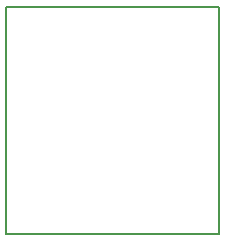
<source format=gbr>
%TF.GenerationSoftware,Altium Limited,Altium Designer,23.0.1 (38)*%
G04 Layer_Color=32896*
%FSLAX45Y45*%
%MOMM*%
%TF.SameCoordinates,E0F799D9-27B4-45C1-BD14-B3F5E9977550*%
%TF.FilePolarity,Positive*%
%TF.FileFunction,Other,Mechanical_4*%
%TF.Part,Single*%
G01*
G75*
%TA.AperFunction,NonConductor*%
%ADD73C,0.12700*%
D73*
X3850000Y450002D02*
X5649996D01*
X3850000D02*
Y2370003D01*
X5649996D01*
Y450002D02*
Y2370003D01*
X3850000Y450002D02*
X5649996D01*
X3850000D02*
Y2370003D01*
X5649996D01*
Y450002D02*
Y2370003D01*
%TF.MD5,5b7d80e0153a2e2d3c20e98b921dc402*%
M02*

</source>
